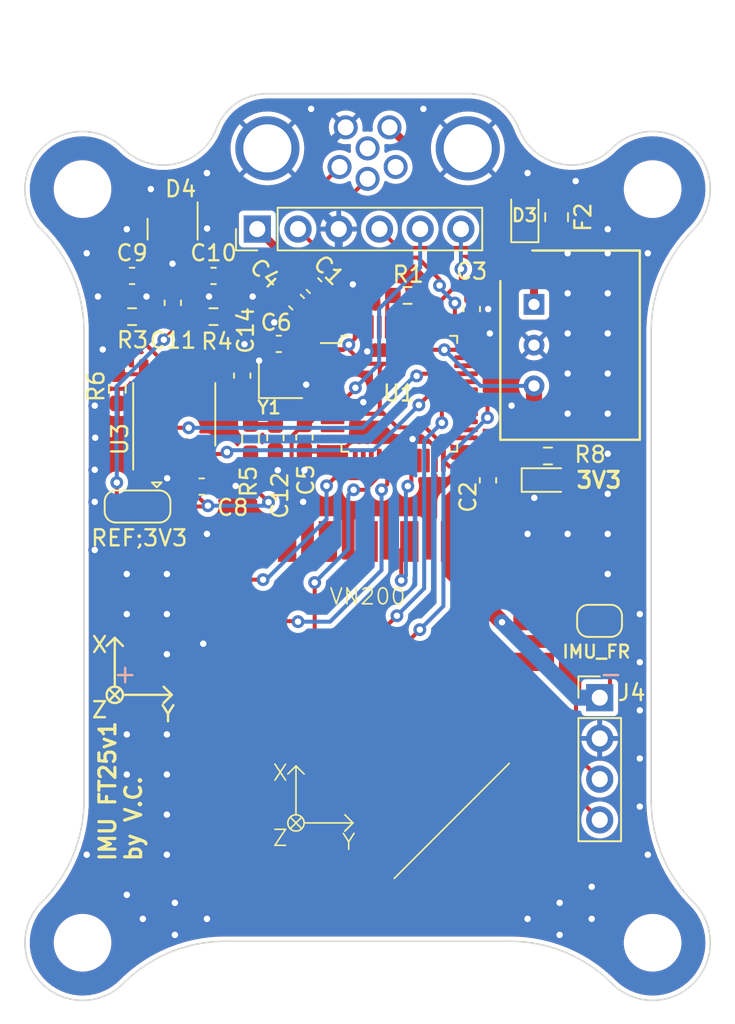
<source format=kicad_pcb>
(kicad_pcb
	(version 20240108)
	(generator "pcbnew")
	(generator_version "8.0")
	(general
		(thickness 1.6)
		(legacy_teardrops no)
	)
	(paper "A4")
	(layers
		(0 "F.Cu" signal)
		(31 "B.Cu" signal)
		(32 "B.Adhes" user "B.Adhesive")
		(33 "F.Adhes" user "F.Adhesive")
		(34 "B.Paste" user)
		(35 "F.Paste" user)
		(36 "B.SilkS" user "B.Silkscreen")
		(37 "F.SilkS" user "F.Silkscreen")
		(38 "B.Mask" user)
		(39 "F.Mask" user)
		(40 "Dwgs.User" user "User.Drawings")
		(41 "Cmts.User" user "User.Comments")
		(42 "Eco1.User" user "User.Eco1")
		(43 "Eco2.User" user "User.Eco2")
		(44 "Edge.Cuts" user)
		(45 "Margin" user)
		(46 "B.CrtYd" user "B.Courtyard")
		(47 "F.CrtYd" user "F.Courtyard")
		(48 "B.Fab" user)
		(49 "F.Fab" user)
		(50 "User.1" user)
		(51 "User.2" user)
		(52 "User.3" user)
		(53 "User.4" user)
		(54 "User.5" user)
		(55 "User.6" user)
		(56 "User.7" user)
		(57 "User.8" user)
		(58 "User.9" user)
	)
	(setup
		(stackup
			(layer "F.SilkS"
				(type "Top Silk Screen")
			)
			(layer "F.Paste"
				(type "Top Solder Paste")
			)
			(layer "F.Mask"
				(type "Top Solder Mask")
				(thickness 0.01)
			)
			(layer "F.Cu"
				(type "copper")
				(thickness 0.035)
			)
			(layer "dielectric 1"
				(type "core")
				(thickness 1.51)
				(material "FR4")
				(epsilon_r 4.5)
				(loss_tangent 0.02)
			)
			(layer "B.Cu"
				(type "copper")
				(thickness 0.035)
			)
			(layer "B.Mask"
				(type "Bottom Solder Mask")
				(thickness 0.01)
			)
			(layer "B.Paste"
				(type "Bottom Solder Paste")
			)
			(layer "B.SilkS"
				(type "Bottom Silk Screen")
			)
			(copper_finish "None")
			(dielectric_constraints no)
		)
		(pad_to_mask_clearance 0)
		(allow_soldermask_bridges_in_footprints no)
		(aux_axis_origin 142.24 63.5)
		(pcbplotparams
			(layerselection 0x00010fc_ffffffff)
			(plot_on_all_layers_selection 0x0000000_00000000)
			(disableapertmacros no)
			(usegerberextensions no)
			(usegerberattributes yes)
			(usegerberadvancedattributes yes)
			(creategerberjobfile no)
			(dashed_line_dash_ratio 12.000000)
			(dashed_line_gap_ratio 3.000000)
			(svgprecision 4)
			(plotframeref no)
			(viasonmask no)
			(mode 1)
			(useauxorigin yes)
			(hpglpennumber 1)
			(hpglpenspeed 20)
			(hpglpendiameter 15.000000)
			(pdf_front_fp_property_popups yes)
			(pdf_back_fp_property_popups yes)
			(dxfpolygonmode yes)
			(dxfimperialunits yes)
			(dxfusepcbnewfont yes)
			(psnegative no)
			(psa4output no)
			(plotreference yes)
			(plotvalue no)
			(plotfptext yes)
			(plotinvisibletext no)
			(sketchpadsonfab no)
			(subtractmaskfromsilk yes)
			(outputformat 1)
			(mirror no)
			(drillshape 0)
			(scaleselection 1)
			(outputdirectory "gerber/")
		)
	)
	(net 0 "")
	(net 1 "Net-(U1-PB2)")
	(net 2 "GND")
	(net 3 "/CAN_H")
	(net 4 "/CAN_L")
	(net 5 "/Vref")
	(net 6 "/NRST")
	(net 7 "/SWCLK")
	(net 8 "/SWDIO")
	(net 9 "/SWO")
	(net 10 "Net-(JP1-A)")
	(net 11 "Net-(U1-BOOT0)")
	(net 12 "Net-(U3-Rs)")
	(net 13 "unconnected-(U1-PC13-Pad2)")
	(net 14 "unconnected-(U1-PC14-Pad3)")
	(net 15 "unconnected-(U1-PC15-Pad4)")
	(net 16 "Net-(U1-PF0)")
	(net 17 "Net-(U1-PF1)")
	(net 18 "unconnected-(U1-PA0-Pad10)")
	(net 19 "unconnected-(U1-PA1-Pad11)")
	(net 20 "unconnected-(U1-PA2-Pad12)")
	(net 21 "unconnected-(U1-PA3-Pad13)")
	(net 22 "unconnected-(U1-PA4-Pad14)")
	(net 23 "Net-(U1-PA5)")
	(net 24 "Net-(U1-PA6)")
	(net 25 "Net-(U1-PA7)")
	(net 26 "unconnected-(U1-PB0-Pad18)")
	(net 27 "unconnected-(U1-PB1-Pad19)")
	(net 28 "unconnected-(VN200-VBAT_RTC-Pad25)")
	(net 29 "unconnected-(U1-PB10-Pad21)")
	(net 30 "unconnected-(U1-PB11-Pad22)")
	(net 31 "unconnected-(U1-PB12-Pad25)")
	(net 32 "unconnected-(U1-PB13-Pad26)")
	(net 33 "unconnected-(U1-PB14-Pad27)")
	(net 34 "unconnected-(U1-PB15-Pad28)")
	(net 35 "unconnected-(U1-PA8-Pad29)")
	(net 36 "Net-(U1-PA9)")
	(net 37 "Net-(U1-PA10)")
	(net 38 "/CAN_RX")
	(net 39 "/CAN_TX")
	(net 40 "Net-(VO1-A)")
	(net 41 "unconnected-(U1-PB4-Pad40)")
	(net 42 "unconnected-(U1-PB5-Pad41)")
	(net 43 "unconnected-(U1-PB6-Pad42)")
	(net 44 "unconnected-(U1-PB7-Pad43)")
	(net 45 "unconnected-(U1-PB8-Pad45)")
	(net 46 "unconnected-(U1-PB9-Pad46)")
	(net 47 "/UART IN")
	(net 48 "/UART OUT")
	(net 49 "unconnected-(VN200-SYNC_OUT-Pad9)")
	(net 50 "unconnected-(VN200-TX1-Pad12)")
	(net 51 "unconnected-(VN200-RX2-Pad13)")
	(net 52 "unconnected-(J2-Pin_6-Pad6)")
	(net 53 "unconnected-(J2-Pin_5-Pad5)")
	(net 54 "Net-(JP3-C)")
	(net 55 "Net-(D3-K)")
	(net 56 "Net-(U2-VIN)")
	(net 57 "+24V")
	(net 58 "unconnected-(U1-PA15-Pad38)")
	(net 59 "+3V3")
	(net 60 "unconnected-(VN200-GPS_PPS-Pad24)")
	(net 61 "unconnected-(VN200-SYNC_IN-Pad22)")
	(footprint "Connector_PinHeader_2.54mm:PinHeader_1x06_P2.54mm_Vertical" (layer "F.Cu") (at 153.139884 65.991173 90))
	(footprint "Capacitor_SMD:C_0603_1608Metric_Pad1.08x0.95mm_HandSolder" (layer "F.Cu") (at 154.27 79.02 -90))
	(footprint "Connector_PinHeader_2.54mm:PinHeader_1x04_P2.54mm_Vertical" (layer "F.Cu") (at 174.5 95.21))
	(footprint "Fuse:Fuse_0805_2012Metric" (layer "F.Cu") (at 171.81 65.2525 -90))
	(footprint "MountingHole:MountingHole_3.2mm_M3" (layer "F.Cu") (at 177.8 110.49))
	(footprint "Connector_Phoenix_SACC:DSI-M8MS_6CON_M8_L90" (layer "F.Cu") (at 160.02 60.96))
	(footprint "Capacitor_SMD:C_0603_1608Metric_Pad1.08x0.95mm_HandSolder" (layer "F.Cu") (at 166.52 70.98 90))
	(footprint "IMU:VN-200" (layer "F.Cu") (at 160.02 99.06))
	(footprint "MountingHole:MountingHole_3.2mm_M3" (layer "F.Cu") (at 142.24 63.5))
	(footprint "Capacitor_SMD:C_0603_1608Metric_Pad1.08x0.95mm_HandSolder" (layer "F.Cu") (at 149.67 82.049092))
	(footprint "Package_SO:SOIC-8_3.9x4.9mm_P1.27mm" (layer "F.Cu") (at 147.96 77.54 90))
	(footprint "Capacitor_SMD:C_0603_1608Metric_Pad1.08x0.95mm_HandSolder" (layer "F.Cu") (at 147.87 70.59 90))
	(footprint "Jumper:SolderJumper-3_P1.3mm_Open_RoundedPad1.0x1.5mm" (layer "F.Cu") (at 145.67 83.29 180))
	(footprint "Capacitor_SMD:C_0603_1608Metric_Pad1.08x0.95mm_HandSolder" (layer "F.Cu") (at 167.53 81.66 -90))
	(footprint "Capacitor_SMD:C_0603_1608Metric_Pad1.08x0.95mm_HandSolder" (layer "F.Cu") (at 155.59 70.55 135))
	(footprint "Capacitor_SMD:C_0603_1608Metric_Pad1.08x0.95mm_HandSolder" (layer "F.Cu") (at 150.41 68.9125))
	(footprint "Capacitor_SMD:C_0603_1608Metric_Pad1.08x0.95mm_HandSolder" (layer "F.Cu") (at 156.68 69.52 135))
	(footprint "LED_SMD:LED_0603_1608Metric_Pad1.05x0.95mm_HandSolder" (layer "F.Cu") (at 171.2925 81.64))
	(footprint "clipboard:aa490206-7cee-428e-9cc3-cf79f21f7905" (layer "F.Cu") (at 144.25 93))
	(footprint "Jumper:SolderJumper-2_P1.3mm_Open_RoundedPad1.0x1.5mm" (layer "F.Cu") (at 174.49 90.42))
	(footprint "MountingHole:MountingHole_3.2mm_M3" (layer "F.Cu") (at 177.8 63.5))
	(footprint "Package_QFP:LQFP-48_7x7mm_P0.5mm" (layer "F.Cu") (at 162 76.26))
	(footprint "Resistor_SMD:R_0603_1608Metric_Pad0.98x0.95mm_HandSolder" (layer "F.Cu") (at 162.510628 70.130622 180))
	(footprint "Capacitor_SMD:C_0603_1608Metric" (layer "F.Cu") (at 154.48 73.15))
	(footprint "Crystal:Crystal_SMD_2016-4Pin_2.0x1.6mm" (layer "F.Cu") (at 154.59 75.38))
	(footprint "Capacitor_SMD:C_0603_1608Metric_Pad1.08x0.95mm_HandSolder" (layer "F.Cu") (at 145.33 68.9125))
	(footprint "Diode_SMD:D_SOD-323" (layer "F.Cu") (at 169.83 65.2 90))
	(footprint "Resistor_SMD:R_0603_1608Metric_Pad0.98x0.95mm_HandSolder" (layer "F.Cu") (at 152.72 79.06 90))
	(footprint "Capacitor_SMD:C_0603_1608Metric_Pad1.08x0.95mm_HandSolder" (layer "F.Cu") (at 156.08 78.98 -90))
	(footprint "Package_TO_SOT_SMD:SOT-23" (layer "F.Cu") (at 147.85654 65.998629 -90))
	(footprint "Resistor_SMD:R_0603_1608Metric_Pad0.98x0.95mm_HandSolder" (layer "F.Cu") (at 150.41 71.4525 180))
	(footprint "Resistor_SMD:R_0603_1608Metric_Pad0.98x0.95mm_HandSolder" (layer "F.Cu") (at 144.41 75.95 90))
	(footprint "FaSTTUBe_Voltage_Regulators:MagI3C-FDSM-SIP-3" (layer "F.Cu") (at 172.882 73.23 -90))
	(footprint "Resistor_SMD:R_0603_1608Metric_Pad0.98x0.95mm_HandSolder" (layer "F.Cu") (at 145.33 71.4525 180))
	(footprint "Resistor_SMD:R_0603_1608Metric_Pad0.98x0.95mm_HandSolder" (layer "F.Cu") (at 171.27 80.14))
	(footprint "MountingHole:MountingHole_3.2mm_M3" (layer "F.Cu") (at 142.24 110.49))
	(footprint "Capacitor_SMD:C_0603_1608Metric" (layer "F.Cu") (at 152.2 75.13 90))
	(gr_line
		(start 144.9 94.25)
		(end 144.9 93.35)
		(stroke
			(width 0.15)
			(type default)
		)
		(layer "B.SilkS")
		(uuid "27b81111-f5a8-4885-9156-c1962a4dc4c1")
	)
	(gr_line
		(start 144.45 93.8)
		(end 145.35 93.8)
		(stroke
			(width 0.15)
			(type default)
		)
		(layer "B.SilkS")
		(uuid "f123be03-4f1c-4352-bdaf-29088d422295")
	)
	(gr_line
		(start 174.75 93.8)
		(end 175.65 93.8)
		(stroke
			(width 0.15)
			(type default)
		)
		(layer "B.SilkS")
		(uuid "f1e86637-9139-4aa6-8792-af84b85cc83f")
	)
	(gr_arc
		(start 139.7 66.04)
		(mid 141.646675 68.953405)
		(end 142.330256 72.39)
		(stroke
			(width 0.1)
			(type default)
		)
		(layer "Edge.Cuts")
		(uuid "0a60dceb-cc9b-42bf-aed1-30b811b9c3d0")
	)
	(gr_arc
		(start 139.7 66.04)
		(mid 139.7 60.96)
		(end 144.78 60.96)
		(stroke
			(width 0.1)
			(type default)
		)
		(layer "Edge.Cuts")
		(uuid "1feba593-2008-4347-9f63-8a4013eccbff")
	)
	(gr_arc
		(start 175.26 60.96)
		(mid 172.0237 61.923512)
		(end 169.457829 59.72845)
		(stroke
			(width 0.1)
			(type default)
		)
		(layer "Edge.Cuts")
		(uuid "33fb829b-33e0-4cb1-97da-dada36743c5c")
	)
	(gr_arc
		(start 177.709744 72.39)
		(mid 178.393325 68.953405)
		(end 180.34 66.04)
		(stroke
			(width 0.1)
			(type default)
		)
		(layer "Edge.Cuts")
		(uuid "378f4fed-9751-4f0f-b4a1-c07f1d1ccd33")
	)
	(gr_line
		(start 177.709744 72.39)
		(end 177.709744 101.6)
		(stroke
			(width 0.1)
			(type default)
		)
		(layer "Edge.Cuts")
		(uuid "417adb19-1f0a-4cb1-b5ee-8fc075f8b100")
	)
	(gr_arc
		(start 142.330256 101.6)
		(mid 141.646675 105.036595)
		(end 139.7 107.95)
		(stroke
			(width 0.1)
			(type default)
		)
		(layer "Edge.Cuts")
		(uuid "42c9e34d-e86b-4e4d-953f-5a366e6cd133")
	)
	(gr_arc
		(start 144.78 113.03)
		(mid 139.7 113.03)
		(end 139.7 107.95)
		(stroke
			(width 0.1)
			(type default)
		)
		(layer "Edge.Cuts")
		(uuid "603b12c1-3c4f-4c5f-a72c-193753571693")
	)
	(gr_line
		(start 142.330256 101.6)
		(end 142.330256 72.39)
		(stroke
			(width 0.1)
			(type default)
		)
		(layer "Edge.Cuts")
		(uuid "62a03b69-8f89-4f45-b729-8f416174ed7f")
	)
	(gr_arc
		(start 150.591864 59.724058)
		(mid 151.844703 58.145514)
		(end 153.77 57.55)
		(stroke
			(width 0.1)
			(type default)
		)
		(layer "Edge.Cuts")
		(uuid "68affa6e-7931-4770-8dd3-0d5104b277d0")
	)
	(gr_arc
		(start 180.34 107.95)
		(mid 180.34 113.03)
		(end 175.26 113.03)
		(stroke
			(width 0.1)
			(type default)
		)
		(layer "Edge.Cuts")
		(uuid "88e8dedd-7e2e-455c-aede-3d3d71434d6b")
	)
	(gr_arc
		(start 166.266884 57.545571)
		(mid 168.199957 58.143504)
		(end 169.457829 59.72845)
		(stroke
			(width 0.1)
			(type default)
		)
		(layer "Edge.Cuts")
		(uuid "985a1e88-5e41-45a7-ac40-aad3e9141a71")
	)
	(gr_line
		(start 166.266884 57.545571)
		(end 153.77 57.55)
		(stroke
			(width 0.1)
			(type default)
		)
		(layer "Edge.Cuts")
		(uuid "bc955175-8e7f-4610-8c74-81c8ce899bef")
	)
	(gr_arc
		(start 144.78 113.03)
		(mid 147.693405 111.083325)
		(end 151.13 110.399744)
		(stroke
			(width 0.1)
			(type default)
		)
		(layer "Edge.Cuts")
		(uuid "c5ec41a2-eee0-4875-a4cc-95184d30c7f0")
	)
	(gr_arc
		(start 150.591863 59.724058)
		(mid 148.020334 61.926725)
		(end 144.773381 60.966619)
		(stroke
			(width 0.1)
			(type default)
		)
		(layer "Edge.Cuts")
		(uuid "c9b88552-165a-4500-9156-9bee167518db")
	)
	(gr_line
		(start 168.91 110.399744)
		(end 151.13 110.399744)
		(stroke
			(width 0.1)
			(type default)
		)
		(layer "Edge.Cuts")
		(uuid "cfa19d78-baa2-4534-a0d7-a2a78631aa5f")
	)
	(gr_arc
		(start 175.26 60.96)
		(mid 180.34 60.96)
		(end 180.34 66.04)
		(stroke
			(width 0.1)
			(type default)
		)
		(layer "Edge.Cuts")
		(uuid "d1934568-1bf0-428d-9f24-ffb11e5f7534")
	)
	(gr_arc
		(start 168.91 110.399744)
		(mid 172.346595 111.083325)
		(end 175.26 113.03)
		(stroke
			(width 0.1)
			(type default)
		)
		(layer "Edge.Cuts")
		(uuid "dcdcdaaf-6523-4aba-847d-5091a3f7a830")
	)
	(gr_arc
		(start 180.34 107.95)
		(mid 178.393325 105.036595)
		(end 177.709744 101.6)
		(stroke
			(width 0.1)
			(type default)
		)
		(layer "Edge.Cuts")
		(uuid "e99f5792-9f5e-46f2-b938-01c5774d5d54")
	)
	(gr_text "IMU FT25v1\nby V.C."
		(at 146 105.5 90)
		(layer "F.SilkS")
		(uuid "347e4f76-cb22-45ae-aa14-957a041cc56e")
		(effects
			(font
				(size 1 1)
				(thickness 0.2)
			)
			(justify left bottom)
		)
	)
	(gr_text "3V3"
		(at 172.94 82.23 0)
		(layer "F.SilkS")
		(uuid "6fa3fa50-ee51-4b3b-b976-98e641e49b30")
		(effects
			(font
				(size 1 1)
				(thickness 0.2)
				(bold yes)
			)
			(justify left bottom)
		)
	)
	(gr_text "IMU_FR"
		(at 172.08 92.81 0)
		(layer "F.SilkS")
		(uuid "a1b30ea9-413a-4378-8c1f-4cbaf4aa1360")
		(effects
			(font
				(size 0.8 0.8)
				(thickness 0.15)
			)
			(justify left bottom)
		)
	)
	(gr_text "REF;3V3"
		(at 142.68 85.84 0)
		(layer "F.SilkS")
		(uuid "b64debde-4e87-46fe-8a20-162f5e0255fc")
		(effects
			(font
				(size 1 1)
				(thickness 0.15)
			)
			(justify left bottom)
		)
	)
	(segment
		(start 162.12 85.9745)
		(end 162.6235 85.471)
		(width 0.25)
		(layer "F.Cu")
		(net 1)
		(uuid "15c9113b-bf0a-4189-964d-4c3924dd5e3f")
	)
	(segment
		(start 162.75 81.8)
		(end 162.75 80.4225)
		(width 0.25)
		(layer "F.Cu")
		(net 1)
		(uuid "2231c28d-9fcd-4dea-972f-1ec57176896e")
	)
	(segment
		(start 162.53 82.02)
		(end 162.75 81.8)
		(width 0.25)
		(layer "F.Cu")
		(net 1)
		(uuid "75b7407d-9231-4929-b547-1cae6a4b5985")
	)
	(segment
		(start 162.12 87.9)
		(end 162.12 85.9745)
		(width 0.25)
		(layer "F.Cu")
		(net 1)
		(uuid "bb182de9-900e-45ed-b140-aaae1923c0ab")
	)
	(via
		(at 162.53 82.02)
		(size 0.8)
		(drill 0.4)
		(layers "F.Cu" "B.Cu")
		(net 1)
		(uuid "55e97eb0-ea7c-4fc8-a63b-5d67c34e1665")
	)
	(via
		(at 162.12 87.9)
		(size 0.8)
		(drill 0.4)
		(layers "F.Cu" "B.Cu")
		(net 1)
		(uuid "e0a26d90-f669-48de-9ee6-91a03b03af2b")
	)
	(segment
		(start 162.53 82.02)
		(end 162.41 82.14)
		(width 0.25)
		(layer "B.Cu")
		(net 1)
		(uuid "16e9e39f-9448-4c28-9c95-7a816b587699")
	)
	(segment
		(start 162.41 87.61)
		(end 162.12 87.9)
		(width 0.25)
		(layer "B.Cu")
		(net 1)
		(uuid "be208ab0-f2bb-4ff4-82a7-767ccdde5f04")
	)
	(segment
		(start 162.41 82.14)
		(end 162.41 87.61)
		(width 0.25)
		(layer "B.Cu")
		(net 1)
		(uuid "ca407264-ee02-427e-957e-6224d16667b3")
	)
	(segment
		(start 147.87 68.17)
		(end 147.85 68.15)
		(width 0.25)
		(layer "F.Cu")
		(net 2)
		(uuid "0ae06239-0918-44d4-b207-ccaed86ebcb0")
	)
	(segment
		(start 147.85654 68.14346)
		(end 147.85 68.15)
		(width 0.25)
		(layer "F.Cu")
		(net 2)
		(uuid "12514d5b-7aea-4519-a758-11561b2450ba")
	)
	(segment
		(start 163.717764 79.085)
		(end 164.25 79.617236)
		(width 0.25)
		(layer "F.Cu")
		(net 2)
		(uuid "1ae34e7e-c1a4-49b8-a35f-0f60397312c9")
	)
	(segment
		(start 170.3832 100.5967)
		(end 170.3832 99.308464)
		(width 0.25)
		(layer "F.Cu")
		(net 2)
		(uuid "1f425fd5-2a41-478b-8fc4-7129bb118314")
	)
	(segment
		(start 170.380118 99.305382)
		(end 170.3832 99.3023)
		(width 0.25)
		(layer "F.Cu")
		(net 2)
		(uuid "24cb46a5-984f-4bcb-8c77-c6854b9f2622")
	)
	(segment
		(start 162.825 79.085)
		(end 163.717764 79.085)
		(width 0.25)
		(layer "F.Cu")
		(net 2)
		(uuid "2ffb5776-acc2-4451-9c2b-c936788cb073")
	)
	(segment
		(start 152.2 74.355)
		(end 152.2 73.31)
		(width 0.25)
		(layer "F.Cu")
		(net 2)
		(uuid "3092dda6-f707-46f9-a6c6-0995ca0785e9")
	)
	(segment
		(start 170.3832 105.4227)
		(end 169.031835 106.774065)
		(width 0.25)
		(layer "F.Cu")
		(net 2)
		(uuid "31fc1cee-b689-4f69-8d83-e5d5e622cc63")
	)
	(segment
		(start 170.3832 104.38244)
		(end 170.3832 103.1367)
		(width 0.25)
		(layer "F.Cu")
		(net 2)
		(uuid "3d5e6565-db27-4e02-b05b-ac806e3c88d0")
	)
	(segment
		(start 149.5475 68.9125)
		(end 148.6125 68.9125)
		(width 0.25)
		(layer "F.Cu")
		(net 2)
		(uuid "3d89c39b-a8e3-4262-91a2-f46ff74cf62b")
	)
	(segment
		(start 170.4175 82.7475)
		(end 170.4175 81.64)
		(width 0.25)
		(layer "F.Cu")
		(net 2)
		(uuid "3df3fb87-7cb0-41c2-9ff9-5dd6aa9fc3f8")
	)
	(segment
		(start 149.7838 91.858196)
		(end 149.768997 91.843393)
		(width 0.25)
		(layer "F.Cu")
		(net 2)
		(uuid "409dc039-0197-4e10-9943-af4f9fe1e095")
	)
	(segment
		(start 147.52 81.53)
		(end 147.325 81.335)
		(width 0.25)
		(layer "F.Cu")
		(net 2)
		(uuid "4bdb8747-d4ad-4cfa-917e-d4c3ee1c4c74")
	)
	(segment
		(start 147.85654 66.936129)
		(end 1
... [303712 chars truncated]
</source>
